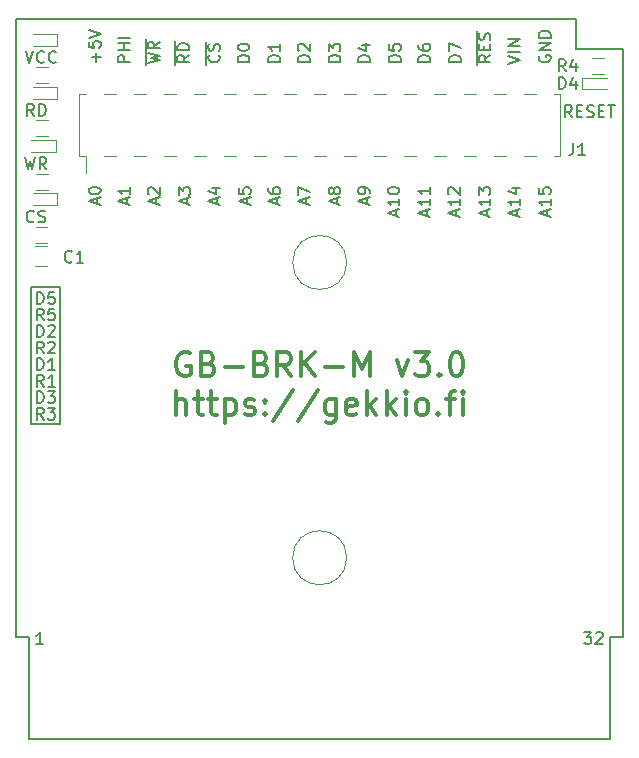
<source format=gbr>
G04 #@! TF.FileFunction,Legend,Top*
%FSLAX46Y46*%
G04 Gerber Fmt 4.6, Leading zero omitted, Abs format (unit mm)*
G04 Created by KiCad (PCBNEW 4.0.7-e1-6374~58~ubuntu17.04.1) date Tue Aug  1 22:32:49 2017*
%MOMM*%
%LPD*%
G01*
G04 APERTURE LIST*
%ADD10C,0.100000*%
%ADD11C,0.200000*%
%ADD12C,0.300000*%
%ADD13C,0.150000*%
%ADD14C,0.120000*%
G04 APERTURE END LIST*
D10*
D11*
X75042857Y-50752381D02*
X75280952Y-51752381D01*
X75471429Y-51038095D01*
X75661905Y-51752381D01*
X75900000Y-50752381D01*
X76852381Y-51752381D02*
X76519047Y-51276190D01*
X76280952Y-51752381D02*
X76280952Y-50752381D01*
X76661905Y-50752381D01*
X76757143Y-50800000D01*
X76804762Y-50847619D01*
X76852381Y-50942857D01*
X76852381Y-51085714D01*
X76804762Y-51180952D01*
X76757143Y-51228571D01*
X76661905Y-51276190D01*
X76280952Y-51276190D01*
X121347619Y-47352381D02*
X121014285Y-46876190D01*
X120776190Y-47352381D02*
X120776190Y-46352381D01*
X121157143Y-46352381D01*
X121252381Y-46400000D01*
X121300000Y-46447619D01*
X121347619Y-46542857D01*
X121347619Y-46685714D01*
X121300000Y-46780952D01*
X121252381Y-46828571D01*
X121157143Y-46876190D01*
X120776190Y-46876190D01*
X121776190Y-46828571D02*
X122109524Y-46828571D01*
X122252381Y-47352381D02*
X121776190Y-47352381D01*
X121776190Y-46352381D01*
X122252381Y-46352381D01*
X122633333Y-47304762D02*
X122776190Y-47352381D01*
X123014286Y-47352381D01*
X123109524Y-47304762D01*
X123157143Y-47257143D01*
X123204762Y-47161905D01*
X123204762Y-47066667D01*
X123157143Y-46971429D01*
X123109524Y-46923810D01*
X123014286Y-46876190D01*
X122823809Y-46828571D01*
X122728571Y-46780952D01*
X122680952Y-46733333D01*
X122633333Y-46638095D01*
X122633333Y-46542857D01*
X122680952Y-46447619D01*
X122728571Y-46400000D01*
X122823809Y-46352381D01*
X123061905Y-46352381D01*
X123204762Y-46400000D01*
X123633333Y-46828571D02*
X123966667Y-46828571D01*
X124109524Y-47352381D02*
X123633333Y-47352381D01*
X123633333Y-46352381D01*
X124109524Y-46352381D01*
X124395238Y-46352381D02*
X124966667Y-46352381D01*
X124680952Y-47352381D02*
X124680952Y-46352381D01*
X115952381Y-42804762D02*
X116952381Y-42471429D01*
X115952381Y-42138095D01*
X116952381Y-41804762D02*
X115952381Y-41804762D01*
X116952381Y-41328572D02*
X115952381Y-41328572D01*
X116952381Y-40757143D01*
X115952381Y-40757143D01*
X114452381Y-42090476D02*
X113976190Y-42423810D01*
X114452381Y-42661905D02*
X113452381Y-42661905D01*
X113452381Y-42280952D01*
X113500000Y-42185714D01*
X113547619Y-42138095D01*
X113642857Y-42090476D01*
X113785714Y-42090476D01*
X113880952Y-42138095D01*
X113928571Y-42185714D01*
X113976190Y-42280952D01*
X113976190Y-42661905D01*
X113928571Y-41661905D02*
X113928571Y-41328571D01*
X114452381Y-41185714D02*
X114452381Y-41661905D01*
X113452381Y-41661905D01*
X113452381Y-41185714D01*
X114404762Y-40804762D02*
X114452381Y-40661905D01*
X114452381Y-40423809D01*
X114404762Y-40328571D01*
X114357143Y-40280952D01*
X114261905Y-40233333D01*
X114166667Y-40233333D01*
X114071429Y-40280952D01*
X114023810Y-40328571D01*
X113976190Y-40423809D01*
X113928571Y-40614286D01*
X113880952Y-40709524D01*
X113833333Y-40757143D01*
X113738095Y-40804762D01*
X113642857Y-40804762D01*
X113547619Y-40757143D01*
X113500000Y-40709524D01*
X113452381Y-40614286D01*
X113452381Y-40376190D01*
X113500000Y-40233333D01*
X113280000Y-42900000D02*
X113280000Y-40042857D01*
X111952381Y-42661905D02*
X110952381Y-42661905D01*
X110952381Y-42423810D01*
X111000000Y-42280952D01*
X111095238Y-42185714D01*
X111190476Y-42138095D01*
X111380952Y-42090476D01*
X111523810Y-42090476D01*
X111714286Y-42138095D01*
X111809524Y-42185714D01*
X111904762Y-42280952D01*
X111952381Y-42423810D01*
X111952381Y-42661905D01*
X110952381Y-41757143D02*
X110952381Y-41090476D01*
X111952381Y-41519048D01*
X109352381Y-42661905D02*
X108352381Y-42661905D01*
X108352381Y-42423810D01*
X108400000Y-42280952D01*
X108495238Y-42185714D01*
X108590476Y-42138095D01*
X108780952Y-42090476D01*
X108923810Y-42090476D01*
X109114286Y-42138095D01*
X109209524Y-42185714D01*
X109304762Y-42280952D01*
X109352381Y-42423810D01*
X109352381Y-42661905D01*
X108352381Y-41233333D02*
X108352381Y-41423810D01*
X108400000Y-41519048D01*
X108447619Y-41566667D01*
X108590476Y-41661905D01*
X108780952Y-41709524D01*
X109161905Y-41709524D01*
X109257143Y-41661905D01*
X109304762Y-41614286D01*
X109352381Y-41519048D01*
X109352381Y-41328571D01*
X109304762Y-41233333D01*
X109257143Y-41185714D01*
X109161905Y-41138095D01*
X108923810Y-41138095D01*
X108828571Y-41185714D01*
X108780952Y-41233333D01*
X108733333Y-41328571D01*
X108733333Y-41519048D01*
X108780952Y-41614286D01*
X108828571Y-41661905D01*
X108923810Y-41709524D01*
X106852381Y-42661905D02*
X105852381Y-42661905D01*
X105852381Y-42423810D01*
X105900000Y-42280952D01*
X105995238Y-42185714D01*
X106090476Y-42138095D01*
X106280952Y-42090476D01*
X106423810Y-42090476D01*
X106614286Y-42138095D01*
X106709524Y-42185714D01*
X106804762Y-42280952D01*
X106852381Y-42423810D01*
X106852381Y-42661905D01*
X105852381Y-41185714D02*
X105852381Y-41661905D01*
X106328571Y-41709524D01*
X106280952Y-41661905D01*
X106233333Y-41566667D01*
X106233333Y-41328571D01*
X106280952Y-41233333D01*
X106328571Y-41185714D01*
X106423810Y-41138095D01*
X106661905Y-41138095D01*
X106757143Y-41185714D01*
X106804762Y-41233333D01*
X106852381Y-41328571D01*
X106852381Y-41566667D01*
X106804762Y-41661905D01*
X106757143Y-41709524D01*
X104252381Y-42661905D02*
X103252381Y-42661905D01*
X103252381Y-42423810D01*
X103300000Y-42280952D01*
X103395238Y-42185714D01*
X103490476Y-42138095D01*
X103680952Y-42090476D01*
X103823810Y-42090476D01*
X104014286Y-42138095D01*
X104109524Y-42185714D01*
X104204762Y-42280952D01*
X104252381Y-42423810D01*
X104252381Y-42661905D01*
X103585714Y-41233333D02*
X104252381Y-41233333D01*
X103204762Y-41471429D02*
X103919048Y-41709524D01*
X103919048Y-41090476D01*
X101752381Y-42661905D02*
X100752381Y-42661905D01*
X100752381Y-42423810D01*
X100800000Y-42280952D01*
X100895238Y-42185714D01*
X100990476Y-42138095D01*
X101180952Y-42090476D01*
X101323810Y-42090476D01*
X101514286Y-42138095D01*
X101609524Y-42185714D01*
X101704762Y-42280952D01*
X101752381Y-42423810D01*
X101752381Y-42661905D01*
X100752381Y-41757143D02*
X100752381Y-41138095D01*
X101133333Y-41471429D01*
X101133333Y-41328571D01*
X101180952Y-41233333D01*
X101228571Y-41185714D01*
X101323810Y-41138095D01*
X101561905Y-41138095D01*
X101657143Y-41185714D01*
X101704762Y-41233333D01*
X101752381Y-41328571D01*
X101752381Y-41614286D01*
X101704762Y-41709524D01*
X101657143Y-41757143D01*
X99152381Y-42661905D02*
X98152381Y-42661905D01*
X98152381Y-42423810D01*
X98200000Y-42280952D01*
X98295238Y-42185714D01*
X98390476Y-42138095D01*
X98580952Y-42090476D01*
X98723810Y-42090476D01*
X98914286Y-42138095D01*
X99009524Y-42185714D01*
X99104762Y-42280952D01*
X99152381Y-42423810D01*
X99152381Y-42661905D01*
X98247619Y-41709524D02*
X98200000Y-41661905D01*
X98152381Y-41566667D01*
X98152381Y-41328571D01*
X98200000Y-41233333D01*
X98247619Y-41185714D01*
X98342857Y-41138095D01*
X98438095Y-41138095D01*
X98580952Y-41185714D01*
X99152381Y-41757143D01*
X99152381Y-41138095D01*
X96652381Y-42661905D02*
X95652381Y-42661905D01*
X95652381Y-42423810D01*
X95700000Y-42280952D01*
X95795238Y-42185714D01*
X95890476Y-42138095D01*
X96080952Y-42090476D01*
X96223810Y-42090476D01*
X96414286Y-42138095D01*
X96509524Y-42185714D01*
X96604762Y-42280952D01*
X96652381Y-42423810D01*
X96652381Y-42661905D01*
X96652381Y-41138095D02*
X96652381Y-41709524D01*
X96652381Y-41423810D02*
X95652381Y-41423810D01*
X95795238Y-41519048D01*
X95890476Y-41614286D01*
X95938095Y-41709524D01*
X94052381Y-42661905D02*
X93052381Y-42661905D01*
X93052381Y-42423810D01*
X93100000Y-42280952D01*
X93195238Y-42185714D01*
X93290476Y-42138095D01*
X93480952Y-42090476D01*
X93623810Y-42090476D01*
X93814286Y-42138095D01*
X93909524Y-42185714D01*
X94004762Y-42280952D01*
X94052381Y-42423810D01*
X94052381Y-42661905D01*
X93052381Y-41471429D02*
X93052381Y-41376190D01*
X93100000Y-41280952D01*
X93147619Y-41233333D01*
X93242857Y-41185714D01*
X93433333Y-41138095D01*
X93671429Y-41138095D01*
X93861905Y-41185714D01*
X93957143Y-41233333D01*
X94004762Y-41280952D01*
X94052381Y-41376190D01*
X94052381Y-41471429D01*
X94004762Y-41566667D01*
X93957143Y-41614286D01*
X93861905Y-41661905D01*
X93671429Y-41709524D01*
X93433333Y-41709524D01*
X93242857Y-41661905D01*
X93147619Y-41614286D01*
X93100000Y-41566667D01*
X93052381Y-41471429D01*
X91457143Y-42090476D02*
X91504762Y-42138095D01*
X91552381Y-42280952D01*
X91552381Y-42376190D01*
X91504762Y-42519048D01*
X91409524Y-42614286D01*
X91314286Y-42661905D01*
X91123810Y-42709524D01*
X90980952Y-42709524D01*
X90790476Y-42661905D01*
X90695238Y-42614286D01*
X90600000Y-42519048D01*
X90552381Y-42376190D01*
X90552381Y-42280952D01*
X90600000Y-42138095D01*
X90647619Y-42090476D01*
X91504762Y-41709524D02*
X91552381Y-41566667D01*
X91552381Y-41328571D01*
X91504762Y-41233333D01*
X91457143Y-41185714D01*
X91361905Y-41138095D01*
X91266667Y-41138095D01*
X91171429Y-41185714D01*
X91123810Y-41233333D01*
X91076190Y-41328571D01*
X91028571Y-41519048D01*
X90980952Y-41614286D01*
X90933333Y-41661905D01*
X90838095Y-41709524D01*
X90742857Y-41709524D01*
X90647619Y-41661905D01*
X90600000Y-41614286D01*
X90552381Y-41519048D01*
X90552381Y-41280952D01*
X90600000Y-41138095D01*
X90380000Y-42900000D02*
X90380000Y-40947619D01*
X88952381Y-42090476D02*
X88476190Y-42423810D01*
X88952381Y-42661905D02*
X87952381Y-42661905D01*
X87952381Y-42280952D01*
X88000000Y-42185714D01*
X88047619Y-42138095D01*
X88142857Y-42090476D01*
X88285714Y-42090476D01*
X88380952Y-42138095D01*
X88428571Y-42185714D01*
X88476190Y-42280952D01*
X88476190Y-42661905D01*
X88952381Y-41661905D02*
X87952381Y-41661905D01*
X87952381Y-41423810D01*
X88000000Y-41280952D01*
X88095238Y-41185714D01*
X88190476Y-41138095D01*
X88380952Y-41090476D01*
X88523810Y-41090476D01*
X88714286Y-41138095D01*
X88809524Y-41185714D01*
X88904762Y-41280952D01*
X88952381Y-41423810D01*
X88952381Y-41661905D01*
X87780000Y-42900000D02*
X87780000Y-40900000D01*
X85452381Y-42757143D02*
X86452381Y-42519048D01*
X85738095Y-42328571D01*
X86452381Y-42138095D01*
X85452381Y-41900000D01*
X86452381Y-40947619D02*
X85976190Y-41280953D01*
X86452381Y-41519048D02*
X85452381Y-41519048D01*
X85452381Y-41138095D01*
X85500000Y-41042857D01*
X85547619Y-40995238D01*
X85642857Y-40947619D01*
X85785714Y-40947619D01*
X85880952Y-40995238D01*
X85928571Y-41042857D01*
X85976190Y-41138095D01*
X85976190Y-41519048D01*
X85280000Y-42900000D02*
X85280000Y-40757143D01*
D12*
X89000001Y-67350000D02*
X88809524Y-67254762D01*
X88523810Y-67254762D01*
X88238096Y-67350000D01*
X88047620Y-67540476D01*
X87952381Y-67730952D01*
X87857143Y-68111905D01*
X87857143Y-68397619D01*
X87952381Y-68778571D01*
X88047620Y-68969048D01*
X88238096Y-69159524D01*
X88523810Y-69254762D01*
X88714286Y-69254762D01*
X89000001Y-69159524D01*
X89095239Y-69064286D01*
X89095239Y-68397619D01*
X88714286Y-68397619D01*
X90619048Y-68207143D02*
X90904762Y-68302381D01*
X91000001Y-68397619D01*
X91095239Y-68588095D01*
X91095239Y-68873810D01*
X91000001Y-69064286D01*
X90904762Y-69159524D01*
X90714286Y-69254762D01*
X89952381Y-69254762D01*
X89952381Y-67254762D01*
X90619048Y-67254762D01*
X90809524Y-67350000D01*
X90904762Y-67445238D01*
X91000001Y-67635714D01*
X91000001Y-67826190D01*
X90904762Y-68016667D01*
X90809524Y-68111905D01*
X90619048Y-68207143D01*
X89952381Y-68207143D01*
X91952381Y-68492857D02*
X93476191Y-68492857D01*
X95095238Y-68207143D02*
X95380952Y-68302381D01*
X95476191Y-68397619D01*
X95571429Y-68588095D01*
X95571429Y-68873810D01*
X95476191Y-69064286D01*
X95380952Y-69159524D01*
X95190476Y-69254762D01*
X94428571Y-69254762D01*
X94428571Y-67254762D01*
X95095238Y-67254762D01*
X95285714Y-67350000D01*
X95380952Y-67445238D01*
X95476191Y-67635714D01*
X95476191Y-67826190D01*
X95380952Y-68016667D01*
X95285714Y-68111905D01*
X95095238Y-68207143D01*
X94428571Y-68207143D01*
X97571429Y-69254762D02*
X96904762Y-68302381D01*
X96428571Y-69254762D02*
X96428571Y-67254762D01*
X97190476Y-67254762D01*
X97380952Y-67350000D01*
X97476191Y-67445238D01*
X97571429Y-67635714D01*
X97571429Y-67921429D01*
X97476191Y-68111905D01*
X97380952Y-68207143D01*
X97190476Y-68302381D01*
X96428571Y-68302381D01*
X98428571Y-69254762D02*
X98428571Y-67254762D01*
X99571429Y-69254762D02*
X98714286Y-68111905D01*
X99571429Y-67254762D02*
X98428571Y-68397619D01*
X100428571Y-68492857D02*
X101952381Y-68492857D01*
X102904761Y-69254762D02*
X102904761Y-67254762D01*
X103571428Y-68683333D01*
X104238095Y-67254762D01*
X104238095Y-69254762D01*
X106523809Y-67921429D02*
X107000000Y-69254762D01*
X107476190Y-67921429D01*
X108047619Y-67254762D02*
X109285715Y-67254762D01*
X108619048Y-68016667D01*
X108904762Y-68016667D01*
X109095238Y-68111905D01*
X109190476Y-68207143D01*
X109285715Y-68397619D01*
X109285715Y-68873810D01*
X109190476Y-69064286D01*
X109095238Y-69159524D01*
X108904762Y-69254762D01*
X108333334Y-69254762D01*
X108142857Y-69159524D01*
X108047619Y-69064286D01*
X110142857Y-69064286D02*
X110238096Y-69159524D01*
X110142857Y-69254762D01*
X110047619Y-69159524D01*
X110142857Y-69064286D01*
X110142857Y-69254762D01*
X111476191Y-67254762D02*
X111666667Y-67254762D01*
X111857143Y-67350000D01*
X111952381Y-67445238D01*
X112047619Y-67635714D01*
X112142858Y-68016667D01*
X112142858Y-68492857D01*
X112047619Y-68873810D01*
X111952381Y-69064286D01*
X111857143Y-69159524D01*
X111666667Y-69254762D01*
X111476191Y-69254762D01*
X111285715Y-69159524D01*
X111190477Y-69064286D01*
X111095238Y-68873810D01*
X111000000Y-68492857D01*
X111000000Y-68016667D01*
X111095238Y-67635714D01*
X111190477Y-67445238D01*
X111285715Y-67350000D01*
X111476191Y-67254762D01*
X87857142Y-72554762D02*
X87857142Y-70554762D01*
X88714285Y-72554762D02*
X88714285Y-71507143D01*
X88619047Y-71316667D01*
X88428571Y-71221429D01*
X88142857Y-71221429D01*
X87952381Y-71316667D01*
X87857142Y-71411905D01*
X89380952Y-71221429D02*
X90142857Y-71221429D01*
X89666666Y-70554762D02*
X89666666Y-72269048D01*
X89761905Y-72459524D01*
X89952381Y-72554762D01*
X90142857Y-72554762D01*
X90523809Y-71221429D02*
X91285714Y-71221429D01*
X90809523Y-70554762D02*
X90809523Y-72269048D01*
X90904762Y-72459524D01*
X91095238Y-72554762D01*
X91285714Y-72554762D01*
X91952380Y-71221429D02*
X91952380Y-73221429D01*
X91952380Y-71316667D02*
X92142857Y-71221429D01*
X92523809Y-71221429D01*
X92714285Y-71316667D01*
X92809523Y-71411905D01*
X92904761Y-71602381D01*
X92904761Y-72173810D01*
X92809523Y-72364286D01*
X92714285Y-72459524D01*
X92523809Y-72554762D01*
X92142857Y-72554762D01*
X91952380Y-72459524D01*
X93666666Y-72459524D02*
X93857143Y-72554762D01*
X94238095Y-72554762D01*
X94428571Y-72459524D01*
X94523809Y-72269048D01*
X94523809Y-72173810D01*
X94428571Y-71983333D01*
X94238095Y-71888095D01*
X93952381Y-71888095D01*
X93761904Y-71792857D01*
X93666666Y-71602381D01*
X93666666Y-71507143D01*
X93761904Y-71316667D01*
X93952381Y-71221429D01*
X94238095Y-71221429D01*
X94428571Y-71316667D01*
X95380952Y-72364286D02*
X95476191Y-72459524D01*
X95380952Y-72554762D01*
X95285714Y-72459524D01*
X95380952Y-72364286D01*
X95380952Y-72554762D01*
X95380952Y-71316667D02*
X95476191Y-71411905D01*
X95380952Y-71507143D01*
X95285714Y-71411905D01*
X95380952Y-71316667D01*
X95380952Y-71507143D01*
X97761905Y-70459524D02*
X96047619Y-73030952D01*
X99857143Y-70459524D02*
X98142857Y-73030952D01*
X101380952Y-71221429D02*
X101380952Y-72840476D01*
X101285714Y-73030952D01*
X101190476Y-73126190D01*
X101000000Y-73221429D01*
X100714286Y-73221429D01*
X100523809Y-73126190D01*
X101380952Y-72459524D02*
X101190476Y-72554762D01*
X100809524Y-72554762D01*
X100619048Y-72459524D01*
X100523809Y-72364286D01*
X100428571Y-72173810D01*
X100428571Y-71602381D01*
X100523809Y-71411905D01*
X100619048Y-71316667D01*
X100809524Y-71221429D01*
X101190476Y-71221429D01*
X101380952Y-71316667D01*
X103095238Y-72459524D02*
X102904762Y-72554762D01*
X102523810Y-72554762D01*
X102333333Y-72459524D01*
X102238095Y-72269048D01*
X102238095Y-71507143D01*
X102333333Y-71316667D01*
X102523810Y-71221429D01*
X102904762Y-71221429D01*
X103095238Y-71316667D01*
X103190476Y-71507143D01*
X103190476Y-71697619D01*
X102238095Y-71888095D01*
X104047619Y-72554762D02*
X104047619Y-70554762D01*
X104238096Y-71792857D02*
X104809524Y-72554762D01*
X104809524Y-71221429D02*
X104047619Y-71983333D01*
X105666667Y-72554762D02*
X105666667Y-70554762D01*
X105857144Y-71792857D02*
X106428572Y-72554762D01*
X106428572Y-71221429D02*
X105666667Y-71983333D01*
X107285715Y-72554762D02*
X107285715Y-71221429D01*
X107285715Y-70554762D02*
X107190477Y-70650000D01*
X107285715Y-70745238D01*
X107380954Y-70650000D01*
X107285715Y-70554762D01*
X107285715Y-70745238D01*
X108523811Y-72554762D02*
X108333335Y-72459524D01*
X108238096Y-72364286D01*
X108142858Y-72173810D01*
X108142858Y-71602381D01*
X108238096Y-71411905D01*
X108333335Y-71316667D01*
X108523811Y-71221429D01*
X108809525Y-71221429D01*
X109000001Y-71316667D01*
X109095239Y-71411905D01*
X109190477Y-71602381D01*
X109190477Y-72173810D01*
X109095239Y-72364286D01*
X109000001Y-72459524D01*
X108809525Y-72554762D01*
X108523811Y-72554762D01*
X110047620Y-72364286D02*
X110142859Y-72459524D01*
X110047620Y-72554762D01*
X109952382Y-72459524D01*
X110047620Y-72364286D01*
X110047620Y-72554762D01*
X110714287Y-71221429D02*
X111476192Y-71221429D01*
X111000001Y-72554762D02*
X111000001Y-70840476D01*
X111095240Y-70650000D01*
X111285716Y-70554762D01*
X111476192Y-70554762D01*
X112142858Y-72554762D02*
X112142858Y-71221429D01*
X112142858Y-70554762D02*
X112047620Y-70650000D01*
X112142858Y-70745238D01*
X112238097Y-70650000D01*
X112142858Y-70554762D01*
X112142858Y-70745238D01*
D11*
X75809524Y-47252381D02*
X75476190Y-46776190D01*
X75238095Y-47252381D02*
X75238095Y-46252381D01*
X75619048Y-46252381D01*
X75714286Y-46300000D01*
X75761905Y-46347619D01*
X75809524Y-46442857D01*
X75809524Y-46585714D01*
X75761905Y-46680952D01*
X75714286Y-46728571D01*
X75619048Y-46776190D01*
X75238095Y-46776190D01*
X76238095Y-47252381D02*
X76238095Y-46252381D01*
X76476190Y-46252381D01*
X76619048Y-46300000D01*
X76714286Y-46395238D01*
X76761905Y-46490476D01*
X76809524Y-46680952D01*
X76809524Y-46823810D01*
X76761905Y-47014286D01*
X76714286Y-47109524D01*
X76619048Y-47204762D01*
X76476190Y-47252381D01*
X76238095Y-47252381D01*
X75095238Y-41752381D02*
X75428571Y-42752381D01*
X75761905Y-41752381D01*
X76666667Y-42657143D02*
X76619048Y-42704762D01*
X76476191Y-42752381D01*
X76380953Y-42752381D01*
X76238095Y-42704762D01*
X76142857Y-42609524D01*
X76095238Y-42514286D01*
X76047619Y-42323810D01*
X76047619Y-42180952D01*
X76095238Y-41990476D01*
X76142857Y-41895238D01*
X76238095Y-41800000D01*
X76380953Y-41752381D01*
X76476191Y-41752381D01*
X76619048Y-41800000D01*
X76666667Y-41847619D01*
X77666667Y-42657143D02*
X77619048Y-42704762D01*
X77476191Y-42752381D01*
X77380953Y-42752381D01*
X77238095Y-42704762D01*
X77142857Y-42609524D01*
X77095238Y-42514286D01*
X77047619Y-42323810D01*
X77047619Y-42180952D01*
X77095238Y-41990476D01*
X77142857Y-41895238D01*
X77238095Y-41800000D01*
X77380953Y-41752381D01*
X77476191Y-41752381D01*
X77619048Y-41800000D01*
X77666667Y-41847619D01*
X75809524Y-56157143D02*
X75761905Y-56204762D01*
X75619048Y-56252381D01*
X75523810Y-56252381D01*
X75380952Y-56204762D01*
X75285714Y-56109524D01*
X75238095Y-56014286D01*
X75190476Y-55823810D01*
X75190476Y-55680952D01*
X75238095Y-55490476D01*
X75285714Y-55395238D01*
X75380952Y-55300000D01*
X75523810Y-55252381D01*
X75619048Y-55252381D01*
X75761905Y-55300000D01*
X75809524Y-55347619D01*
X76190476Y-56204762D02*
X76333333Y-56252381D01*
X76571429Y-56252381D01*
X76666667Y-56204762D01*
X76714286Y-56157143D01*
X76761905Y-56061905D01*
X76761905Y-55966667D01*
X76714286Y-55871429D01*
X76666667Y-55823810D01*
X76571429Y-55776190D01*
X76380952Y-55728571D01*
X76285714Y-55680952D01*
X76238095Y-55633333D01*
X76190476Y-55538095D01*
X76190476Y-55442857D01*
X76238095Y-55347619D01*
X76285714Y-55300000D01*
X76380952Y-55252381D01*
X76619048Y-55252381D01*
X76761905Y-55300000D01*
D13*
X75600000Y-73300000D02*
X75600000Y-61700000D01*
X78000000Y-73300000D02*
X75600000Y-73300000D01*
X78000000Y-61700000D02*
X78000000Y-73300000D01*
X75600000Y-61700000D02*
X78000000Y-61700000D01*
D11*
X119266667Y-55671429D02*
X119266667Y-55195238D01*
X119552381Y-55766667D02*
X118552381Y-55433334D01*
X119552381Y-55100000D01*
X119552381Y-54242857D02*
X119552381Y-54814286D01*
X119552381Y-54528572D02*
X118552381Y-54528572D01*
X118695238Y-54623810D01*
X118790476Y-54719048D01*
X118838095Y-54814286D01*
X118552381Y-53338095D02*
X118552381Y-53814286D01*
X119028571Y-53861905D01*
X118980952Y-53814286D01*
X118933333Y-53719048D01*
X118933333Y-53480952D01*
X118980952Y-53385714D01*
X119028571Y-53338095D01*
X119123810Y-53290476D01*
X119361905Y-53290476D01*
X119457143Y-53338095D01*
X119504762Y-53385714D01*
X119552381Y-53480952D01*
X119552381Y-53719048D01*
X119504762Y-53814286D01*
X119457143Y-53861905D01*
X116666667Y-55671429D02*
X116666667Y-55195238D01*
X116952381Y-55766667D02*
X115952381Y-55433334D01*
X116952381Y-55100000D01*
X116952381Y-54242857D02*
X116952381Y-54814286D01*
X116952381Y-54528572D02*
X115952381Y-54528572D01*
X116095238Y-54623810D01*
X116190476Y-54719048D01*
X116238095Y-54814286D01*
X116285714Y-53385714D02*
X116952381Y-53385714D01*
X115904762Y-53623810D02*
X116619048Y-53861905D01*
X116619048Y-53242857D01*
X114166667Y-55671429D02*
X114166667Y-55195238D01*
X114452381Y-55766667D02*
X113452381Y-55433334D01*
X114452381Y-55100000D01*
X114452381Y-54242857D02*
X114452381Y-54814286D01*
X114452381Y-54528572D02*
X113452381Y-54528572D01*
X113595238Y-54623810D01*
X113690476Y-54719048D01*
X113738095Y-54814286D01*
X113452381Y-53909524D02*
X113452381Y-53290476D01*
X113833333Y-53623810D01*
X113833333Y-53480952D01*
X113880952Y-53385714D01*
X113928571Y-53338095D01*
X114023810Y-53290476D01*
X114261905Y-53290476D01*
X114357143Y-53338095D01*
X114404762Y-53385714D01*
X114452381Y-53480952D01*
X114452381Y-53766667D01*
X114404762Y-53861905D01*
X114357143Y-53909524D01*
X111566667Y-55671429D02*
X111566667Y-55195238D01*
X111852381Y-55766667D02*
X110852381Y-55433334D01*
X111852381Y-55100000D01*
X111852381Y-54242857D02*
X111852381Y-54814286D01*
X111852381Y-54528572D02*
X110852381Y-54528572D01*
X110995238Y-54623810D01*
X111090476Y-54719048D01*
X111138095Y-54814286D01*
X110947619Y-53861905D02*
X110900000Y-53814286D01*
X110852381Y-53719048D01*
X110852381Y-53480952D01*
X110900000Y-53385714D01*
X110947619Y-53338095D01*
X111042857Y-53290476D01*
X111138095Y-53290476D01*
X111280952Y-53338095D01*
X111852381Y-53909524D01*
X111852381Y-53290476D01*
X109066667Y-55671429D02*
X109066667Y-55195238D01*
X109352381Y-55766667D02*
X108352381Y-55433334D01*
X109352381Y-55100000D01*
X109352381Y-54242857D02*
X109352381Y-54814286D01*
X109352381Y-54528572D02*
X108352381Y-54528572D01*
X108495238Y-54623810D01*
X108590476Y-54719048D01*
X108638095Y-54814286D01*
X109352381Y-53290476D02*
X109352381Y-53861905D01*
X109352381Y-53576191D02*
X108352381Y-53576191D01*
X108495238Y-53671429D01*
X108590476Y-53766667D01*
X108638095Y-53861905D01*
X106466667Y-55671429D02*
X106466667Y-55195238D01*
X106752381Y-55766667D02*
X105752381Y-55433334D01*
X106752381Y-55100000D01*
X106752381Y-54242857D02*
X106752381Y-54814286D01*
X106752381Y-54528572D02*
X105752381Y-54528572D01*
X105895238Y-54623810D01*
X105990476Y-54719048D01*
X106038095Y-54814286D01*
X105752381Y-53623810D02*
X105752381Y-53528571D01*
X105800000Y-53433333D01*
X105847619Y-53385714D01*
X105942857Y-53338095D01*
X106133333Y-53290476D01*
X106371429Y-53290476D01*
X106561905Y-53338095D01*
X106657143Y-53385714D01*
X106704762Y-53433333D01*
X106752381Y-53528571D01*
X106752381Y-53623810D01*
X106704762Y-53719048D01*
X106657143Y-53766667D01*
X106561905Y-53814286D01*
X106371429Y-53861905D01*
X106133333Y-53861905D01*
X105942857Y-53814286D01*
X105847619Y-53766667D01*
X105800000Y-53719048D01*
X105752381Y-53623810D01*
X103966667Y-54719048D02*
X103966667Y-54242857D01*
X104252381Y-54814286D02*
X103252381Y-54480953D01*
X104252381Y-54147619D01*
X104252381Y-53766667D02*
X104252381Y-53576191D01*
X104204762Y-53480952D01*
X104157143Y-53433333D01*
X104014286Y-53338095D01*
X103823810Y-53290476D01*
X103442857Y-53290476D01*
X103347619Y-53338095D01*
X103300000Y-53385714D01*
X103252381Y-53480952D01*
X103252381Y-53671429D01*
X103300000Y-53766667D01*
X103347619Y-53814286D01*
X103442857Y-53861905D01*
X103680952Y-53861905D01*
X103776190Y-53814286D01*
X103823810Y-53766667D01*
X103871429Y-53671429D01*
X103871429Y-53480952D01*
X103823810Y-53385714D01*
X103776190Y-53338095D01*
X103680952Y-53290476D01*
X101466667Y-54719048D02*
X101466667Y-54242857D01*
X101752381Y-54814286D02*
X100752381Y-54480953D01*
X101752381Y-54147619D01*
X101180952Y-53671429D02*
X101133333Y-53766667D01*
X101085714Y-53814286D01*
X100990476Y-53861905D01*
X100942857Y-53861905D01*
X100847619Y-53814286D01*
X100800000Y-53766667D01*
X100752381Y-53671429D01*
X100752381Y-53480952D01*
X100800000Y-53385714D01*
X100847619Y-53338095D01*
X100942857Y-53290476D01*
X100990476Y-53290476D01*
X101085714Y-53338095D01*
X101133333Y-53385714D01*
X101180952Y-53480952D01*
X101180952Y-53671429D01*
X101228571Y-53766667D01*
X101276190Y-53814286D01*
X101371429Y-53861905D01*
X101561905Y-53861905D01*
X101657143Y-53814286D01*
X101704762Y-53766667D01*
X101752381Y-53671429D01*
X101752381Y-53480952D01*
X101704762Y-53385714D01*
X101657143Y-53338095D01*
X101561905Y-53290476D01*
X101371429Y-53290476D01*
X101276190Y-53338095D01*
X101228571Y-53385714D01*
X101180952Y-53480952D01*
X98866667Y-54719048D02*
X98866667Y-54242857D01*
X99152381Y-54814286D02*
X98152381Y-54480953D01*
X99152381Y-54147619D01*
X98152381Y-53909524D02*
X98152381Y-53242857D01*
X99152381Y-53671429D01*
X96366667Y-54719048D02*
X96366667Y-54242857D01*
X96652381Y-54814286D02*
X95652381Y-54480953D01*
X96652381Y-54147619D01*
X95652381Y-53385714D02*
X95652381Y-53576191D01*
X95700000Y-53671429D01*
X95747619Y-53719048D01*
X95890476Y-53814286D01*
X96080952Y-53861905D01*
X96461905Y-53861905D01*
X96557143Y-53814286D01*
X96604762Y-53766667D01*
X96652381Y-53671429D01*
X96652381Y-53480952D01*
X96604762Y-53385714D01*
X96557143Y-53338095D01*
X96461905Y-53290476D01*
X96223810Y-53290476D01*
X96128571Y-53338095D01*
X96080952Y-53385714D01*
X96033333Y-53480952D01*
X96033333Y-53671429D01*
X96080952Y-53766667D01*
X96128571Y-53814286D01*
X96223810Y-53861905D01*
X83952381Y-42661905D02*
X82952381Y-42661905D01*
X82952381Y-42280952D01*
X83000000Y-42185714D01*
X83047619Y-42138095D01*
X83142857Y-42090476D01*
X83285714Y-42090476D01*
X83380952Y-42138095D01*
X83428571Y-42185714D01*
X83476190Y-42280952D01*
X83476190Y-42661905D01*
X83952381Y-41661905D02*
X82952381Y-41661905D01*
X83428571Y-41661905D02*
X83428571Y-41090476D01*
X83952381Y-41090476D02*
X82952381Y-41090476D01*
X83952381Y-40614286D02*
X82952381Y-40614286D01*
X118600000Y-42138095D02*
X118552381Y-42233333D01*
X118552381Y-42376190D01*
X118600000Y-42519048D01*
X118695238Y-42614286D01*
X118790476Y-42661905D01*
X118980952Y-42709524D01*
X119123810Y-42709524D01*
X119314286Y-42661905D01*
X119409524Y-42614286D01*
X119504762Y-42519048D01*
X119552381Y-42376190D01*
X119552381Y-42280952D01*
X119504762Y-42138095D01*
X119457143Y-42090476D01*
X119123810Y-42090476D01*
X119123810Y-42280952D01*
X119552381Y-41661905D02*
X118552381Y-41661905D01*
X119552381Y-41090476D01*
X118552381Y-41090476D01*
X119552381Y-40614286D02*
X118552381Y-40614286D01*
X118552381Y-40376191D01*
X118600000Y-40233333D01*
X118695238Y-40138095D01*
X118790476Y-40090476D01*
X118980952Y-40042857D01*
X119123810Y-40042857D01*
X119314286Y-40090476D01*
X119409524Y-40138095D01*
X119504762Y-40233333D01*
X119552381Y-40376191D01*
X119552381Y-40614286D01*
X81071429Y-42661905D02*
X81071429Y-41900000D01*
X81452381Y-42280952D02*
X80690476Y-42280952D01*
X80452381Y-40947619D02*
X80452381Y-41423810D01*
X80928571Y-41471429D01*
X80880952Y-41423810D01*
X80833333Y-41328572D01*
X80833333Y-41090476D01*
X80880952Y-40995238D01*
X80928571Y-40947619D01*
X81023810Y-40900000D01*
X81261905Y-40900000D01*
X81357143Y-40947619D01*
X81404762Y-40995238D01*
X81452381Y-41090476D01*
X81452381Y-41328572D01*
X81404762Y-41423810D01*
X81357143Y-41471429D01*
X80452381Y-40614286D02*
X81452381Y-40280953D01*
X80452381Y-39947619D01*
X93866667Y-54719048D02*
X93866667Y-54242857D01*
X94152381Y-54814286D02*
X93152381Y-54480953D01*
X94152381Y-54147619D01*
X93152381Y-53338095D02*
X93152381Y-53814286D01*
X93628571Y-53861905D01*
X93580952Y-53814286D01*
X93533333Y-53719048D01*
X93533333Y-53480952D01*
X93580952Y-53385714D01*
X93628571Y-53338095D01*
X93723810Y-53290476D01*
X93961905Y-53290476D01*
X94057143Y-53338095D01*
X94104762Y-53385714D01*
X94152381Y-53480952D01*
X94152381Y-53719048D01*
X94104762Y-53814286D01*
X94057143Y-53861905D01*
X91266667Y-54719048D02*
X91266667Y-54242857D01*
X91552381Y-54814286D02*
X90552381Y-54480953D01*
X91552381Y-54147619D01*
X90885714Y-53385714D02*
X91552381Y-53385714D01*
X90504762Y-53623810D02*
X91219048Y-53861905D01*
X91219048Y-53242857D01*
X88766667Y-54719048D02*
X88766667Y-54242857D01*
X89052381Y-54814286D02*
X88052381Y-54480953D01*
X89052381Y-54147619D01*
X88052381Y-53909524D02*
X88052381Y-53290476D01*
X88433333Y-53623810D01*
X88433333Y-53480952D01*
X88480952Y-53385714D01*
X88528571Y-53338095D01*
X88623810Y-53290476D01*
X88861905Y-53290476D01*
X88957143Y-53338095D01*
X89004762Y-53385714D01*
X89052381Y-53480952D01*
X89052381Y-53766667D01*
X89004762Y-53861905D01*
X88957143Y-53909524D01*
X86166667Y-54719048D02*
X86166667Y-54242857D01*
X86452381Y-54814286D02*
X85452381Y-54480953D01*
X86452381Y-54147619D01*
X85547619Y-53861905D02*
X85500000Y-53814286D01*
X85452381Y-53719048D01*
X85452381Y-53480952D01*
X85500000Y-53385714D01*
X85547619Y-53338095D01*
X85642857Y-53290476D01*
X85738095Y-53290476D01*
X85880952Y-53338095D01*
X86452381Y-53909524D01*
X86452381Y-53290476D01*
X83666667Y-54719048D02*
X83666667Y-54242857D01*
X83952381Y-54814286D02*
X82952381Y-54480953D01*
X83952381Y-54147619D01*
X83952381Y-53290476D02*
X83952381Y-53861905D01*
X83952381Y-53576191D02*
X82952381Y-53576191D01*
X83095238Y-53671429D01*
X83190476Y-53766667D01*
X83238095Y-53861905D01*
X81166667Y-54719048D02*
X81166667Y-54242857D01*
X81452381Y-54814286D02*
X80452381Y-54480953D01*
X81452381Y-54147619D01*
X80452381Y-53623810D02*
X80452381Y-53528571D01*
X80500000Y-53433333D01*
X80547619Y-53385714D01*
X80642857Y-53338095D01*
X80833333Y-53290476D01*
X81071429Y-53290476D01*
X81261905Y-53338095D01*
X81357143Y-53385714D01*
X81404762Y-53433333D01*
X81452381Y-53528571D01*
X81452381Y-53623810D01*
X81404762Y-53719048D01*
X81357143Y-53766667D01*
X81261905Y-53814286D01*
X81071429Y-53861905D01*
X80833333Y-53861905D01*
X80642857Y-53814286D01*
X80547619Y-53766667D01*
X80500000Y-53719048D01*
X80452381Y-53623810D01*
D13*
X121700000Y-39000000D02*
X121700000Y-41600000D01*
X74300000Y-39000000D02*
X121700000Y-39000000D01*
X125700000Y-41600000D02*
X121700000Y-41600000D01*
X74300000Y-91400000D02*
X74300000Y-39000000D01*
X75400000Y-91400000D02*
X74300000Y-91400000D01*
X75400000Y-100000000D02*
X75400000Y-91400000D01*
X125700000Y-91400000D02*
X125700000Y-41600000D01*
X124600000Y-91400000D02*
X125700000Y-91400000D01*
X124600000Y-100000000D02*
X124600000Y-91400000D01*
X75400000Y-100000000D02*
X124600000Y-100000000D01*
D14*
X79620000Y-50600000D02*
X79620000Y-45400000D01*
X120380000Y-50600000D02*
X120380000Y-45400000D01*
X80190000Y-52040000D02*
X80190000Y-50600000D01*
X79620000Y-50600000D02*
X80190000Y-50600000D01*
X79620000Y-45400000D02*
X80190000Y-45400000D01*
X119810000Y-50600000D02*
X120380000Y-50600000D01*
X119810000Y-45400000D02*
X120380000Y-45400000D01*
X81710000Y-50600000D02*
X82730000Y-50600000D01*
X81710000Y-45400000D02*
X82730000Y-45400000D01*
X84250000Y-50600000D02*
X85270000Y-50600000D01*
X84250000Y-45400000D02*
X85270000Y-45400000D01*
X86790000Y-50600000D02*
X87810000Y-50600000D01*
X86790000Y-45400000D02*
X87810000Y-45400000D01*
X89330000Y-50600000D02*
X90350000Y-50600000D01*
X89330000Y-45400000D02*
X90350000Y-45400000D01*
X91870000Y-50600000D02*
X92890000Y-50600000D01*
X91870000Y-45400000D02*
X92890000Y-45400000D01*
X94410000Y-50600000D02*
X95430000Y-50600000D01*
X94410000Y-45400000D02*
X95430000Y-45400000D01*
X96950000Y-50600000D02*
X97970000Y-50600000D01*
X96950000Y-45400000D02*
X97970000Y-45400000D01*
X99490000Y-50600000D02*
X100510000Y-50600000D01*
X99490000Y-45400000D02*
X100510000Y-45400000D01*
X102030000Y-50600000D02*
X103050000Y-50600000D01*
X102030000Y-45400000D02*
X103050000Y-45400000D01*
X104570000Y-50600000D02*
X105590000Y-50600000D01*
X104570000Y-45400000D02*
X105590000Y-45400000D01*
X107110000Y-50600000D02*
X108130000Y-50600000D01*
X107110000Y-45400000D02*
X108130000Y-45400000D01*
X109650000Y-50600000D02*
X110670000Y-50600000D01*
X109650000Y-45400000D02*
X110670000Y-45400000D01*
X112190000Y-50600000D02*
X113210000Y-50600000D01*
X112190000Y-45400000D02*
X113210000Y-45400000D01*
X114730000Y-50600000D02*
X115750000Y-50600000D01*
X114730000Y-45400000D02*
X115750000Y-45400000D01*
X117270000Y-50600000D02*
X118290000Y-50600000D01*
X117270000Y-45400000D02*
X118290000Y-45400000D01*
X102286000Y-59650000D02*
G75*
G03X102286000Y-59650000I-2286000J0D01*
G01*
X76000000Y-43120000D02*
X77000000Y-43120000D01*
X77000000Y-44480000D02*
X76000000Y-44480000D01*
X124050000Y-43680000D02*
X123050000Y-43680000D01*
X123050000Y-42320000D02*
X124050000Y-42320000D01*
X75950000Y-56620000D02*
X76950000Y-56620000D01*
X76950000Y-57980000D02*
X75950000Y-57980000D01*
X76000000Y-47620000D02*
X77000000Y-47620000D01*
X77000000Y-48980000D02*
X76000000Y-48980000D01*
X77800000Y-41300000D02*
X77800000Y-40300000D01*
X77800000Y-40300000D02*
X75700000Y-40300000D01*
X77800000Y-41300000D02*
X75700000Y-41300000D01*
X122200000Y-44000000D02*
X122200000Y-45000000D01*
X122200000Y-45000000D02*
X124300000Y-45000000D01*
X122200000Y-44000000D02*
X124300000Y-44000000D01*
X77800000Y-54800000D02*
X77800000Y-53800000D01*
X77800000Y-53800000D02*
X75700000Y-53800000D01*
X77800000Y-54800000D02*
X75700000Y-54800000D01*
X77800000Y-45800000D02*
X77800000Y-44800000D01*
X77800000Y-44800000D02*
X75700000Y-44800000D01*
X77800000Y-45800000D02*
X75700000Y-45800000D01*
X76000000Y-52120000D02*
X77000000Y-52120000D01*
X77000000Y-53480000D02*
X76000000Y-53480000D01*
X77700000Y-50300000D02*
X77700000Y-49300000D01*
X77700000Y-49300000D02*
X75600000Y-49300000D01*
X77700000Y-50300000D02*
X75600000Y-50300000D01*
X75900000Y-59950000D02*
X76900000Y-59950000D01*
X76900000Y-58250000D02*
X75900000Y-58250000D01*
X102286000Y-84650000D02*
G75*
G03X102286000Y-84650000I-2286000J0D01*
G01*
D13*
X122390476Y-90952381D02*
X123009524Y-90952381D01*
X122676190Y-91333333D01*
X122819048Y-91333333D01*
X122914286Y-91380952D01*
X122961905Y-91428571D01*
X123009524Y-91523810D01*
X123009524Y-91761905D01*
X122961905Y-91857143D01*
X122914286Y-91904762D01*
X122819048Y-91952381D01*
X122533333Y-91952381D01*
X122438095Y-91904762D01*
X122390476Y-91857143D01*
X123390476Y-91047619D02*
X123438095Y-91000000D01*
X123533333Y-90952381D01*
X123771429Y-90952381D01*
X123866667Y-91000000D01*
X123914286Y-91047619D01*
X123961905Y-91142857D01*
X123961905Y-91238095D01*
X123914286Y-91380952D01*
X123342857Y-91952381D01*
X123961905Y-91952381D01*
X76585715Y-91952381D02*
X76014286Y-91952381D01*
X76300000Y-91952381D02*
X76300000Y-90952381D01*
X76204762Y-91095238D01*
X76109524Y-91190476D01*
X76014286Y-91238095D01*
X121466667Y-49552381D02*
X121466667Y-50266667D01*
X121419047Y-50409524D01*
X121323809Y-50504762D01*
X121180952Y-50552381D01*
X121085714Y-50552381D01*
X122466667Y-50552381D02*
X121895238Y-50552381D01*
X122180952Y-50552381D02*
X122180952Y-49552381D01*
X122085714Y-49695238D01*
X121990476Y-49790476D01*
X121895238Y-49838095D01*
X76633334Y-64552381D02*
X76300000Y-64076190D01*
X76061905Y-64552381D02*
X76061905Y-63552381D01*
X76442858Y-63552381D01*
X76538096Y-63600000D01*
X76585715Y-63647619D01*
X76633334Y-63742857D01*
X76633334Y-63885714D01*
X76585715Y-63980952D01*
X76538096Y-64028571D01*
X76442858Y-64076190D01*
X76061905Y-64076190D01*
X77538096Y-63552381D02*
X77061905Y-63552381D01*
X77014286Y-64028571D01*
X77061905Y-63980952D01*
X77157143Y-63933333D01*
X77395239Y-63933333D01*
X77490477Y-63980952D01*
X77538096Y-64028571D01*
X77585715Y-64123810D01*
X77585715Y-64361905D01*
X77538096Y-64457143D01*
X77490477Y-64504762D01*
X77395239Y-64552381D01*
X77157143Y-64552381D01*
X77061905Y-64504762D01*
X77014286Y-64457143D01*
X120833334Y-43452381D02*
X120500000Y-42976190D01*
X120261905Y-43452381D02*
X120261905Y-42452381D01*
X120642858Y-42452381D01*
X120738096Y-42500000D01*
X120785715Y-42547619D01*
X120833334Y-42642857D01*
X120833334Y-42785714D01*
X120785715Y-42880952D01*
X120738096Y-42928571D01*
X120642858Y-42976190D01*
X120261905Y-42976190D01*
X121690477Y-42785714D02*
X121690477Y-43452381D01*
X121452381Y-42404762D02*
X121214286Y-43119048D01*
X121833334Y-43119048D01*
X76633334Y-72952381D02*
X76300000Y-72476190D01*
X76061905Y-72952381D02*
X76061905Y-71952381D01*
X76442858Y-71952381D01*
X76538096Y-72000000D01*
X76585715Y-72047619D01*
X76633334Y-72142857D01*
X76633334Y-72285714D01*
X76585715Y-72380952D01*
X76538096Y-72428571D01*
X76442858Y-72476190D01*
X76061905Y-72476190D01*
X76966667Y-71952381D02*
X77585715Y-71952381D01*
X77252381Y-72333333D01*
X77395239Y-72333333D01*
X77490477Y-72380952D01*
X77538096Y-72428571D01*
X77585715Y-72523810D01*
X77585715Y-72761905D01*
X77538096Y-72857143D01*
X77490477Y-72904762D01*
X77395239Y-72952381D01*
X77109524Y-72952381D01*
X77014286Y-72904762D01*
X76966667Y-72857143D01*
X76633334Y-67352381D02*
X76300000Y-66876190D01*
X76061905Y-67352381D02*
X76061905Y-66352381D01*
X76442858Y-66352381D01*
X76538096Y-66400000D01*
X76585715Y-66447619D01*
X76633334Y-66542857D01*
X76633334Y-66685714D01*
X76585715Y-66780952D01*
X76538096Y-66828571D01*
X76442858Y-66876190D01*
X76061905Y-66876190D01*
X77014286Y-66447619D02*
X77061905Y-66400000D01*
X77157143Y-66352381D01*
X77395239Y-66352381D01*
X77490477Y-66400000D01*
X77538096Y-66447619D01*
X77585715Y-66542857D01*
X77585715Y-66638095D01*
X77538096Y-66780952D01*
X76966667Y-67352381D01*
X77585715Y-67352381D01*
X76061905Y-63152381D02*
X76061905Y-62152381D01*
X76300000Y-62152381D01*
X76442858Y-62200000D01*
X76538096Y-62295238D01*
X76585715Y-62390476D01*
X76633334Y-62580952D01*
X76633334Y-62723810D01*
X76585715Y-62914286D01*
X76538096Y-63009524D01*
X76442858Y-63104762D01*
X76300000Y-63152381D01*
X76061905Y-63152381D01*
X77538096Y-62152381D02*
X77061905Y-62152381D01*
X77014286Y-62628571D01*
X77061905Y-62580952D01*
X77157143Y-62533333D01*
X77395239Y-62533333D01*
X77490477Y-62580952D01*
X77538096Y-62628571D01*
X77585715Y-62723810D01*
X77585715Y-62961905D01*
X77538096Y-63057143D01*
X77490477Y-63104762D01*
X77395239Y-63152381D01*
X77157143Y-63152381D01*
X77061905Y-63104762D01*
X77014286Y-63057143D01*
X120261905Y-44952381D02*
X120261905Y-43952381D01*
X120500000Y-43952381D01*
X120642858Y-44000000D01*
X120738096Y-44095238D01*
X120785715Y-44190476D01*
X120833334Y-44380952D01*
X120833334Y-44523810D01*
X120785715Y-44714286D01*
X120738096Y-44809524D01*
X120642858Y-44904762D01*
X120500000Y-44952381D01*
X120261905Y-44952381D01*
X121690477Y-44285714D02*
X121690477Y-44952381D01*
X121452381Y-43904762D02*
X121214286Y-44619048D01*
X121833334Y-44619048D01*
X76061905Y-71552381D02*
X76061905Y-70552381D01*
X76300000Y-70552381D01*
X76442858Y-70600000D01*
X76538096Y-70695238D01*
X76585715Y-70790476D01*
X76633334Y-70980952D01*
X76633334Y-71123810D01*
X76585715Y-71314286D01*
X76538096Y-71409524D01*
X76442858Y-71504762D01*
X76300000Y-71552381D01*
X76061905Y-71552381D01*
X76966667Y-70552381D02*
X77585715Y-70552381D01*
X77252381Y-70933333D01*
X77395239Y-70933333D01*
X77490477Y-70980952D01*
X77538096Y-71028571D01*
X77585715Y-71123810D01*
X77585715Y-71361905D01*
X77538096Y-71457143D01*
X77490477Y-71504762D01*
X77395239Y-71552381D01*
X77109524Y-71552381D01*
X77014286Y-71504762D01*
X76966667Y-71457143D01*
X76061905Y-65952381D02*
X76061905Y-64952381D01*
X76300000Y-64952381D01*
X76442858Y-65000000D01*
X76538096Y-65095238D01*
X76585715Y-65190476D01*
X76633334Y-65380952D01*
X76633334Y-65523810D01*
X76585715Y-65714286D01*
X76538096Y-65809524D01*
X76442858Y-65904762D01*
X76300000Y-65952381D01*
X76061905Y-65952381D01*
X77014286Y-65047619D02*
X77061905Y-65000000D01*
X77157143Y-64952381D01*
X77395239Y-64952381D01*
X77490477Y-65000000D01*
X77538096Y-65047619D01*
X77585715Y-65142857D01*
X77585715Y-65238095D01*
X77538096Y-65380952D01*
X76966667Y-65952381D01*
X77585715Y-65952381D01*
X76633334Y-70152381D02*
X76300000Y-69676190D01*
X76061905Y-70152381D02*
X76061905Y-69152381D01*
X76442858Y-69152381D01*
X76538096Y-69200000D01*
X76585715Y-69247619D01*
X76633334Y-69342857D01*
X76633334Y-69485714D01*
X76585715Y-69580952D01*
X76538096Y-69628571D01*
X76442858Y-69676190D01*
X76061905Y-69676190D01*
X77585715Y-70152381D02*
X77014286Y-70152381D01*
X77300000Y-70152381D02*
X77300000Y-69152381D01*
X77204762Y-69295238D01*
X77109524Y-69390476D01*
X77014286Y-69438095D01*
X76061905Y-68752381D02*
X76061905Y-67752381D01*
X76300000Y-67752381D01*
X76442858Y-67800000D01*
X76538096Y-67895238D01*
X76585715Y-67990476D01*
X76633334Y-68180952D01*
X76633334Y-68323810D01*
X76585715Y-68514286D01*
X76538096Y-68609524D01*
X76442858Y-68704762D01*
X76300000Y-68752381D01*
X76061905Y-68752381D01*
X77585715Y-68752381D02*
X77014286Y-68752381D01*
X77300000Y-68752381D02*
X77300000Y-67752381D01*
X77204762Y-67895238D01*
X77109524Y-67990476D01*
X77014286Y-68038095D01*
X79033334Y-59557143D02*
X78985715Y-59604762D01*
X78842858Y-59652381D01*
X78747620Y-59652381D01*
X78604762Y-59604762D01*
X78509524Y-59509524D01*
X78461905Y-59414286D01*
X78414286Y-59223810D01*
X78414286Y-59080952D01*
X78461905Y-58890476D01*
X78509524Y-58795238D01*
X78604762Y-58700000D01*
X78747620Y-58652381D01*
X78842858Y-58652381D01*
X78985715Y-58700000D01*
X79033334Y-58747619D01*
X79985715Y-59652381D02*
X79414286Y-59652381D01*
X79700000Y-59652381D02*
X79700000Y-58652381D01*
X79604762Y-58795238D01*
X79509524Y-58890476D01*
X79414286Y-58938095D01*
M02*

</source>
